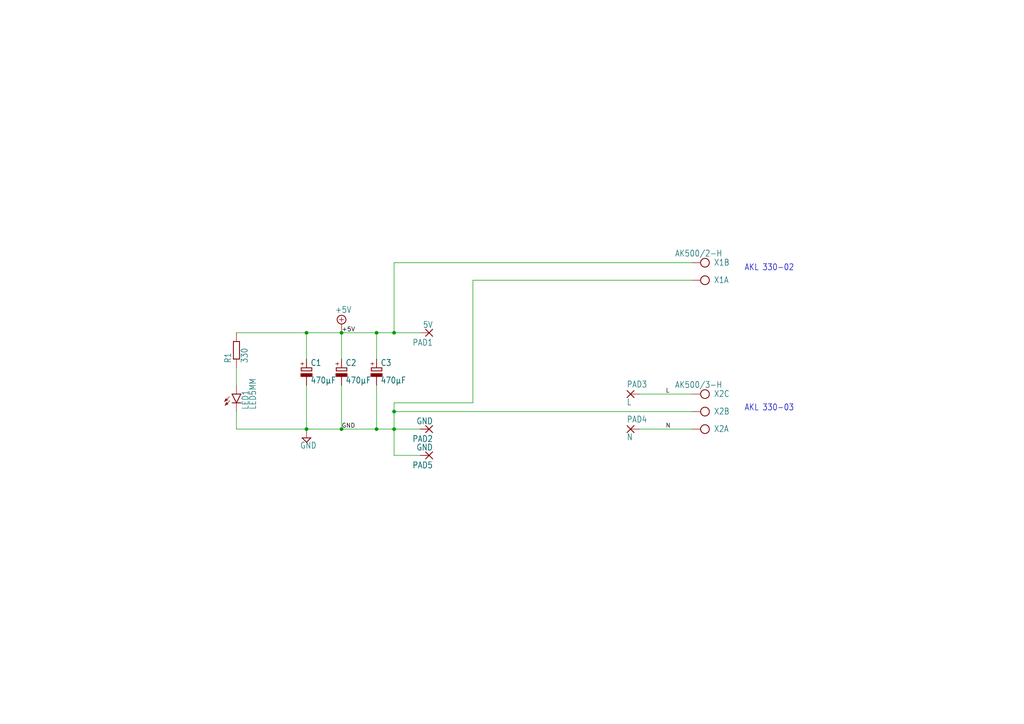
<source format=kicad_sch>
(kicad_sch
	(version 20231120)
	(generator "eeschema")
	(generator_version "8.0")
	(uuid "12ee8e51-d914-4f2a-b5be-edde59b663d9")
	(paper "A4")
	(lib_symbols
		(symbol "Power Supply V1p1-eagle-import:+5V"
			(power)
			(exclude_from_sim no)
			(in_bom yes)
			(on_board yes)
			(property "Reference" "#SUPPLY"
				(at 0 0 0)
				(effects
					(font
						(size 1.27 1.27)
					)
					(hide yes)
				)
			)
			(property "Value" ""
				(at -1.905 3.175 0)
				(effects
					(font
						(size 1.778 1.5113)
					)
					(justify left bottom)
				)
			)
			(property "Footprint" ""
				(at 0 0 0)
				(effects
					(font
						(size 1.27 1.27)
					)
					(hide yes)
				)
			)
			(property "Datasheet" ""
				(at 0 0 0)
				(effects
					(font
						(size 1.27 1.27)
					)
					(hide yes)
				)
			)
			(property "Description" "SUPPLY SYMBOL"
				(at 0 0 0)
				(effects
					(font
						(size 1.27 1.27)
					)
					(hide yes)
				)
			)
			(property "ki_locked" ""
				(at 0 0 0)
				(effects
					(font
						(size 1.27 1.27)
					)
				)
			)
			(symbol "+5V_1_0"
				(polyline
					(pts
						(xy -0.635 1.27) (xy 0.635 1.27)
					)
					(stroke
						(width 0.1524)
						(type solid)
					)
					(fill
						(type none)
					)
				)
				(polyline
					(pts
						(xy 0 0.635) (xy 0 1.905)
					)
					(stroke
						(width 0.1524)
						(type solid)
					)
					(fill
						(type none)
					)
				)
				(circle
					(center 0 1.27)
					(radius 1.27)
					(stroke
						(width 0.254)
						(type solid)
					)
					(fill
						(type none)
					)
				)
				(pin power_in line
					(at 0 -2.54 90)
					(length 2.54)
					(name "+5V"
						(effects
							(font
								(size 0 0)
							)
						)
					)
					(number "1"
						(effects
							(font
								(size 0 0)
							)
						)
					)
				)
			)
		)
		(symbol "Power Supply V1p1-eagle-import:AK500/2-H"
			(exclude_from_sim no)
			(in_bom yes)
			(on_board yes)
			(property "Reference" "X"
				(at -1.27 0.889 0)
				(effects
					(font
						(size 1.778 1.5113)
					)
					(justify right top)
				)
			)
			(property "Value" ""
				(at -3.81 -3.683 0)
				(effects
					(font
						(size 1.778 1.5113)
					)
					(justify left bottom)
					(hide yes)
				)
			)
			(property "Footprint" "Power Supply V1p1:AK500_2-H"
				(at 0 0 0)
				(effects
					(font
						(size 1.27 1.27)
					)
					(hide yes)
				)
			)
			(property "Datasheet" ""
				(at 0 0 0)
				(effects
					(font
						(size 1.27 1.27)
					)
					(hide yes)
				)
			)
			(property "Description" "CONNECTOR\n\nAug. 2004 / PTR Meßtechnik:\nDie Bezeichnung der Serie AK505 wurde geändert.\nEs handelt sich hierbei um AK500 in horizontaler Ausführung."
				(at 0 0 0)
				(effects
					(font
						(size 1.27 1.27)
					)
					(hide yes)
				)
			)
			(property "ki_locked" ""
				(at 0 0 0)
				(effects
					(font
						(size 1.27 1.27)
					)
				)
			)
			(symbol "AK500/2-H_1_0"
				(circle
					(center 1.27 0)
					(radius 1.27)
					(stroke
						(width 0.254)
						(type solid)
					)
					(fill
						(type none)
					)
				)
				(pin passive line
					(at 5.08 0 180)
					(length 2.54)
					(name "KL"
						(effects
							(font
								(size 0 0)
							)
						)
					)
					(number "1"
						(effects
							(font
								(size 0 0)
							)
						)
					)
				)
			)
			(symbol "AK500/2-H_2_0"
				(circle
					(center 1.27 0)
					(radius 1.27)
					(stroke
						(width 0.254)
						(type solid)
					)
					(fill
						(type none)
					)
				)
				(pin passive line
					(at 5.08 0 180)
					(length 2.54)
					(name "KL"
						(effects
							(font
								(size 0 0)
							)
						)
					)
					(number "2"
						(effects
							(font
								(size 0 0)
							)
						)
					)
				)
			)
		)
		(symbol "Power Supply V1p1-eagle-import:AK500/3-H"
			(exclude_from_sim no)
			(in_bom yes)
			(on_board yes)
			(property "Reference" "X"
				(at -1.27 0.889 0)
				(effects
					(font
						(size 1.778 1.5113)
					)
					(justify right top)
				)
			)
			(property "Value" ""
				(at -3.81 -3.683 0)
				(effects
					(font
						(size 1.778 1.5113)
					)
					(justify left bottom)
					(hide yes)
				)
			)
			(property "Footprint" "Power Supply V1p1:AK500_3-H"
				(at 0 0 0)
				(effects
					(font
						(size 1.27 1.27)
					)
					(hide yes)
				)
			)
			(property "Datasheet" ""
				(at 0 0 0)
				(effects
					(font
						(size 1.27 1.27)
					)
					(hide yes)
				)
			)
			(property "Description" "CONNECTOR\n\nAug. 2004 / PTR Meßtechnik:\nDie Bezeichnung der Serie AK505 wurde geändert.\nEs handelt sich hierbei um AK500 in horizontaler Ausführung."
				(at 0 0 0)
				(effects
					(font
						(size 1.27 1.27)
					)
					(hide yes)
				)
			)
			(property "ki_locked" ""
				(at 0 0 0)
				(effects
					(font
						(size 1.27 1.27)
					)
				)
			)
			(symbol "AK500/3-H_1_0"
				(circle
					(center 1.27 0)
					(radius 1.27)
					(stroke
						(width 0.254)
						(type solid)
					)
					(fill
						(type none)
					)
				)
				(pin passive line
					(at 5.08 0 180)
					(length 2.54)
					(name "KL"
						(effects
							(font
								(size 0 0)
							)
						)
					)
					(number "1"
						(effects
							(font
								(size 0 0)
							)
						)
					)
				)
			)
			(symbol "AK500/3-H_2_0"
				(circle
					(center 1.27 0)
					(radius 1.27)
					(stroke
						(width 0.254)
						(type solid)
					)
					(fill
						(type none)
					)
				)
				(pin passive line
					(at 5.08 0 180)
					(length 2.54)
					(name "KL"
						(effects
							(font
								(size 0 0)
							)
						)
					)
					(number "2"
						(effects
							(font
								(size 0 0)
							)
						)
					)
				)
			)
			(symbol "AK500/3-H_3_0"
				(circle
					(center 1.27 0)
					(radius 1.27)
					(stroke
						(width 0.254)
						(type solid)
					)
					(fill
						(type none)
					)
				)
				(pin passive line
					(at 5.08 0 180)
					(length 2.54)
					(name "KL"
						(effects
							(font
								(size 0 0)
							)
						)
					)
					(number "3"
						(effects
							(font
								(size 0 0)
							)
						)
					)
				)
			)
		)
		(symbol "Power Supply V1p1-eagle-import:CPOL-EUE5-10.5"
			(exclude_from_sim no)
			(in_bom yes)
			(on_board yes)
			(property "Reference" "C"
				(at 1.143 0.4826 0)
				(effects
					(font
						(size 1.778 1.5113)
					)
					(justify left bottom)
				)
			)
			(property "Value" ""
				(at 1.143 -4.5974 0)
				(effects
					(font
						(size 1.778 1.5113)
					)
					(justify left bottom)
				)
			)
			(property "Footprint" "Power Supply V1p1:E5-10,5"
				(at 0 0 0)
				(effects
					(font
						(size 1.27 1.27)
					)
					(hide yes)
				)
			)
			(property "Datasheet" ""
				(at 0 0 0)
				(effects
					(font
						(size 1.27 1.27)
					)
					(hide yes)
				)
			)
			(property "Description" "POLARIZED CAPACITOR, European symbol"
				(at 0 0 0)
				(effects
					(font
						(size 1.27 1.27)
					)
					(hide yes)
				)
			)
			(property "ki_locked" ""
				(at 0 0 0)
				(effects
					(font
						(size 1.27 1.27)
					)
				)
			)
			(symbol "CPOL-EUE5-10.5_1_0"
				(rectangle
					(start -1.651 -2.54)
					(end 1.651 -1.651)
					(stroke
						(width 0)
						(type default)
					)
					(fill
						(type outline)
					)
				)
				(polyline
					(pts
						(xy -1.524 -0.889) (xy 1.524 -0.889)
					)
					(stroke
						(width 0.254)
						(type solid)
					)
					(fill
						(type none)
					)
				)
				(polyline
					(pts
						(xy -1.524 0) (xy -1.524 -0.889)
					)
					(stroke
						(width 0.254)
						(type solid)
					)
					(fill
						(type none)
					)
				)
				(polyline
					(pts
						(xy -1.524 0) (xy 1.524 0)
					)
					(stroke
						(width 0.254)
						(type solid)
					)
					(fill
						(type none)
					)
				)
				(polyline
					(pts
						(xy 1.524 -0.889) (xy 1.524 0)
					)
					(stroke
						(width 0.254)
						(type solid)
					)
					(fill
						(type none)
					)
				)
				(text "+"
					(at -0.5842 0.4064 900)
					(effects
						(font
							(size 1.27 1.0795)
						)
						(justify left bottom)
					)
				)
				(pin passive line
					(at 0 2.54 270)
					(length 2.54)
					(name "+"
						(effects
							(font
								(size 0 0)
							)
						)
					)
					(number "+"
						(effects
							(font
								(size 0 0)
							)
						)
					)
				)
				(pin passive line
					(at 0 -5.08 90)
					(length 2.54)
					(name "-"
						(effects
							(font
								(size 0 0)
							)
						)
					)
					(number "-"
						(effects
							(font
								(size 0 0)
							)
						)
					)
				)
			)
		)
		(symbol "Power Supply V1p1-eagle-import:GND"
			(power)
			(exclude_from_sim no)
			(in_bom yes)
			(on_board yes)
			(property "Reference" "#SUPPLY"
				(at 0 0 0)
				(effects
					(font
						(size 1.27 1.27)
					)
					(hide yes)
				)
			)
			(property "Value" ""
				(at -1.905 -3.175 0)
				(effects
					(font
						(size 1.778 1.5113)
					)
					(justify left bottom)
				)
			)
			(property "Footprint" ""
				(at 0 0 0)
				(effects
					(font
						(size 1.27 1.27)
					)
					(hide yes)
				)
			)
			(property "Datasheet" ""
				(at 0 0 0)
				(effects
					(font
						(size 1.27 1.27)
					)
					(hide yes)
				)
			)
			(property "Description" "SUPPLY SYMBOL"
				(at 0 0 0)
				(effects
					(font
						(size 1.27 1.27)
					)
					(hide yes)
				)
			)
			(property "ki_locked" ""
				(at 0 0 0)
				(effects
					(font
						(size 1.27 1.27)
					)
				)
			)
			(symbol "GND_1_0"
				(polyline
					(pts
						(xy -1.27 0) (xy 1.27 0)
					)
					(stroke
						(width 0.254)
						(type solid)
					)
					(fill
						(type none)
					)
				)
				(polyline
					(pts
						(xy 0 -1.27) (xy -1.27 0)
					)
					(stroke
						(width 0.254)
						(type solid)
					)
					(fill
						(type none)
					)
				)
				(polyline
					(pts
						(xy 1.27 0) (xy 0 -1.27)
					)
					(stroke
						(width 0.254)
						(type solid)
					)
					(fill
						(type none)
					)
				)
				(pin power_in line
					(at 0 2.54 270)
					(length 2.54)
					(name "GND"
						(effects
							(font
								(size 0 0)
							)
						)
					)
					(number "1"
						(effects
							(font
								(size 0 0)
							)
						)
					)
				)
			)
		)
		(symbol "Power Supply V1p1-eagle-import:LED5MM"
			(exclude_from_sim no)
			(in_bom yes)
			(on_board yes)
			(property "Reference" "LED"
				(at 3.556 -4.572 90)
				(effects
					(font
						(size 1.778 1.5113)
					)
					(justify left bottom)
				)
			)
			(property "Value" ""
				(at 5.715 -4.572 90)
				(effects
					(font
						(size 1.778 1.5113)
					)
					(justify left bottom)
				)
			)
			(property "Footprint" "Power Supply V1p1:LED5MM"
				(at 0 0 0)
				(effects
					(font
						(size 1.27 1.27)
					)
					(hide yes)
				)
			)
			(property "Datasheet" ""
				(at 0 0 0)
				(effects
					(font
						(size 1.27 1.27)
					)
					(hide yes)
				)
			)
			(property "Description" "LED\n\nOSRAM:\n- CHIPLED\nLG R971, LG N971, LY N971, LG Q971, LY Q971, LO R971, LY R971 LH N974, LH R974\nLS Q976, LO Q976, LY Q976\nLO Q996\n- Hyper CHIPLED\nLW Q18S\nLB Q993, LB Q99A, LB R99A\n- SideLED\nLS A670, LO A670, LY A670, LG A670, LP A670\nLB A673, LV A673, LT A673, LW A673\nLH A674\nLY A675\nLS A676, LA A676, LO A676, LY A676, LW A676\nLS A679, LY A679, LG A679\n-  Hyper Micro SIDELED®\nLS Y876, LA Y876, LO Y876, LY Y876\nLT Y87S\n- SmartLED\nLW L88C, LW L88S\nLB L89C, LB L89S, LG L890\nLS L89K, LO L89K, LY L89K\nLS L896, LA L896, LO L896, LY L896\n- TOPLED\nLS T670, LO T670, LY T670, LG T670, LP T670\nLSG T670, LSP T670, LSY T670, LOP T670, LYG T670\nLG T671, LOG T671, LSG T671\nLB T673, LV T673, LT T673, LW T673\nLH T674\nLS T676, LA T676, LO T676, LY T676, LB T676, LH T676, LSB T676, LW T676\nLB T67C, LV T67C, LT T67C, LS T67K, LO T67K, LY T67K, LW E67C\nLS E67B, LA E67B, LO E67B, LY E67B, LB E67C, LV E67C, LT E67C\nLW T67C\nLS T679, LY T679, LG T679\nLS T770, LO T770, LY T770, LG T770, LP T770\nLB T773, LV T773, LT T773, LW T773\nLH T774\nLS E675, LA E675, LY E675, LS T675\nLS T776, LA T776, LO T776, LY T776, LB T776\nLHGB T686\nLT T68C, LB T68C\n- Hyper Mini TOPLED®\nLB M676\n- Mini TOPLED Santana®\nLG M470\nLS M47K, LO M47K, LY M47K\n\nSource: http://www.osram.convergy.de\n\nLUXEON:\n- LUMILED®\nLXK2-PW12-R00, LXK2-PW12-S00, LXK2-PW14-U00, LXK2-PW14-V00\nLXK2-PM12-R00, LXK2-PM12-S00, LXK2-PM14-U00\nLXK2-PE12-Q00, LXK2-PE12-R00, LXK2-PE12-S00, LXK2-PE14-T00, LXK2-PE14-U00\nLXK2-PB12-K00, LXK2-PB12-L00, LXK2-PB12-M00, LXK2-PB14-N00, LXK2-PB14-P00, LXK2-PB14-Q00\nLXK2-PR12-L00, LXK2-PR12-M00, LXK2-PR14-Q00, LXK2-PR14-R00\nLXK2-PD12-Q00, LXK2-PD12-R00, LXK2-PD12-S00\nLXK2-PH12-R00, LXK2-PH12-S00\nLXK2-PL12-P00, LXK2-PL12-Q00, LXK2-PL12-R00\n\nSource: www.luxeon.com\n\nKINGBRIGHT:\n\nKA-3528ASYC\nSource: www.kingbright.com"
				(at 0 0 0)
				(effects
					(font
						(size 1.27 1.27)
					)
					(hide yes)
				)
			)
			(property "ki_locked" ""
				(at 0 0 0)
				(effects
					(font
						(size 1.27 1.27)
					)
				)
			)
			(symbol "LED5MM_1_0"
				(polyline
					(pts
						(xy -2.032 -0.762) (xy -3.429 -2.159)
					)
					(stroke
						(width 0.1524)
						(type solid)
					)
					(fill
						(type none)
					)
				)
				(polyline
					(pts
						(xy -1.905 -1.905) (xy -3.302 -3.302)
					)
					(stroke
						(width 0.1524)
						(type solid)
					)
					(fill
						(type none)
					)
				)
				(polyline
					(pts
						(xy 0 -2.54) (xy -1.27 -2.54)
					)
					(stroke
						(width 0.254)
						(type solid)
					)
					(fill
						(type none)
					)
				)
				(polyline
					(pts
						(xy 0 -2.54) (xy -1.27 0)
					)
					(stroke
						(width 0.254)
						(type solid)
					)
					(fill
						(type none)
					)
				)
				(polyline
					(pts
						(xy 0 0) (xy -1.27 0)
					)
					(stroke
						(width 0.254)
						(type solid)
					)
					(fill
						(type none)
					)
				)
				(polyline
					(pts
						(xy 1.27 -2.54) (xy 0 -2.54)
					)
					(stroke
						(width 0.254)
						(type solid)
					)
					(fill
						(type none)
					)
				)
				(polyline
					(pts
						(xy 1.27 0) (xy 0 -2.54)
					)
					(stroke
						(width 0.254)
						(type solid)
					)
					(fill
						(type none)
					)
				)
				(polyline
					(pts
						(xy 1.27 0) (xy 0 0)
					)
					(stroke
						(width 0.254)
						(type solid)
					)
					(fill
						(type none)
					)
				)
				(polyline
					(pts
						(xy -3.429 -2.159) (xy -3.048 -1.27) (xy -2.54 -1.778)
					)
					(stroke
						(width 0.1524)
						(type solid)
					)
					(fill
						(type outline)
					)
				)
				(polyline
					(pts
						(xy -3.302 -3.302) (xy -2.921 -2.413) (xy -2.413 -2.921)
					)
					(stroke
						(width 0.1524)
						(type solid)
					)
					(fill
						(type outline)
					)
				)
				(pin passive line
					(at 0 2.54 270)
					(length 2.54)
					(name "A"
						(effects
							(font
								(size 0 0)
							)
						)
					)
					(number "A"
						(effects
							(font
								(size 0 0)
							)
						)
					)
				)
				(pin passive line
					(at 0 -5.08 90)
					(length 2.54)
					(name "C"
						(effects
							(font
								(size 0 0)
							)
						)
					)
					(number "K"
						(effects
							(font
								(size 0 0)
							)
						)
					)
				)
			)
		)
		(symbol "Power Supply V1p1-eagle-import:R-EU_R1206"
			(exclude_from_sim no)
			(in_bom yes)
			(on_board yes)
			(property "Reference" "R"
				(at -3.81 1.4986 0)
				(effects
					(font
						(size 1.778 1.5113)
					)
					(justify left bottom)
				)
			)
			(property "Value" ""
				(at -3.81 -3.302 0)
				(effects
					(font
						(size 1.778 1.5113)
					)
					(justify left bottom)
				)
			)
			(property "Footprint" "Power Supply V1p1:R1206"
				(at 0 0 0)
				(effects
					(font
						(size 1.27 1.27)
					)
					(hide yes)
				)
			)
			(property "Datasheet" ""
				(at 0 0 0)
				(effects
					(font
						(size 1.27 1.27)
					)
					(hide yes)
				)
			)
			(property "Description" "RESISTOR, European symbol"
				(at 0 0 0)
				(effects
					(font
						(size 1.27 1.27)
					)
					(hide yes)
				)
			)
			(property "ki_locked" ""
				(at 0 0 0)
				(effects
					(font
						(size 1.27 1.27)
					)
				)
			)
			(symbol "R-EU_R1206_1_0"
				(polyline
					(pts
						(xy -2.54 -0.889) (xy -2.54 0.889)
					)
					(stroke
						(width 0.254)
						(type solid)
					)
					(fill
						(type none)
					)
				)
				(polyline
					(pts
						(xy -2.54 -0.889) (xy 2.54 -0.889)
					)
					(stroke
						(width 0.254)
						(type solid)
					)
					(fill
						(type none)
					)
				)
				(polyline
					(pts
						(xy 2.54 -0.889) (xy 2.54 0.889)
					)
					(stroke
						(width 0.254)
						(type solid)
					)
					(fill
						(type none)
					)
				)
				(polyline
					(pts
						(xy 2.54 0.889) (xy -2.54 0.889)
					)
					(stroke
						(width 0.254)
						(type solid)
					)
					(fill
						(type none)
					)
				)
				(pin passive line
					(at -5.08 0 0)
					(length 2.54)
					(name "1"
						(effects
							(font
								(size 0 0)
							)
						)
					)
					(number "1"
						(effects
							(font
								(size 0 0)
							)
						)
					)
				)
				(pin passive line
					(at 5.08 0 180)
					(length 2.54)
					(name "2"
						(effects
							(font
								(size 0 0)
							)
						)
					)
					(number "2"
						(effects
							(font
								(size 0 0)
							)
						)
					)
				)
			)
		)
		(symbol "Power Supply V1p1-eagle-import:SMD5"
			(exclude_from_sim no)
			(in_bom yes)
			(on_board yes)
			(property "Reference" "PAD"
				(at -1.143 1.8542 0)
				(effects
					(font
						(size 1.778 1.5113)
					)
					(justify left bottom)
				)
			)
			(property "Value" ""
				(at -1.143 -3.302 0)
				(effects
					(font
						(size 1.778 1.5113)
					)
					(justify left bottom)
				)
			)
			(property "Footprint" "Power Supply V1p1:SMD2,54-5,08"
				(at 0 0 0)
				(effects
					(font
						(size 1.27 1.27)
					)
					(hide yes)
				)
			)
			(property "Datasheet" ""
				(at 0 0 0)
				(effects
					(font
						(size 1.27 1.27)
					)
					(hide yes)
				)
			)
			(property "Description" "SMD PAD"
				(at 0 0 0)
				(effects
					(font
						(size 1.27 1.27)
					)
					(hide yes)
				)
			)
			(property "ki_locked" ""
				(at 0 0 0)
				(effects
					(font
						(size 1.27 1.27)
					)
				)
			)
			(symbol "SMD5_1_0"
				(polyline
					(pts
						(xy -1.016 -1.016) (xy 1.016 1.016)
					)
					(stroke
						(width 0.254)
						(type solid)
					)
					(fill
						(type none)
					)
				)
				(polyline
					(pts
						(xy -1.016 1.016) (xy 1.016 -1.016)
					)
					(stroke
						(width 0.254)
						(type solid)
					)
					(fill
						(type none)
					)
				)
				(pin passive line
					(at 2.54 0 180)
					(length 2.54)
					(name "P"
						(effects
							(font
								(size 0 0)
							)
						)
					)
					(number "1"
						(effects
							(font
								(size 0 0)
							)
						)
					)
				)
			)
		)
	)
	(junction
		(at 99.06 96.52)
		(diameter 0)
		(color 0 0 0 0)
		(uuid "0f03b5ee-5913-43b4-a310-a5c273ab726b")
	)
	(junction
		(at 88.9 96.52)
		(diameter 0)
		(color 0 0 0 0)
		(uuid "14b0160a-5b35-4888-a0d9-57e427d1165b")
	)
	(junction
		(at 114.3 96.52)
		(diameter 0)
		(color 0 0 0 0)
		(uuid "1b76e1ab-5002-446f-bb48-8c757a5fb37f")
	)
	(junction
		(at 109.22 124.46)
		(diameter 0)
		(color 0 0 0 0)
		(uuid "1e621ead-1250-48fd-b346-63966e1468ff")
	)
	(junction
		(at 99.06 124.46)
		(diameter 0)
		(color 0 0 0 0)
		(uuid "8220bc45-fcdf-4342-bafa-5fef298f48a6")
	)
	(junction
		(at 109.22 96.52)
		(diameter 0)
		(color 0 0 0 0)
		(uuid "b30bb87e-22e6-4936-a77a-30f472f7941e")
	)
	(junction
		(at 88.9 124.46)
		(diameter 0)
		(color 0 0 0 0)
		(uuid "ce634ddf-3914-44d8-9d40-974ca0d71f87")
	)
	(junction
		(at 114.3 119.38)
		(diameter 0)
		(color 0 0 0 0)
		(uuid "df988d7f-8c79-4623-b757-490ad65cd69b")
	)
	(junction
		(at 114.3 124.46)
		(diameter 0)
		(color 0 0 0 0)
		(uuid "e2abfd40-3ae3-4b7d-8c5b-d1ecf3f087e8")
	)
	(wire
		(pts
			(xy 200.66 81.28) (xy 137.16 81.28)
		)
		(stroke
			(width 0.1524)
			(type solid)
		)
		(uuid "1090ce41-56a0-4bb9-b10b-b1ad701d410b")
	)
	(wire
		(pts
			(xy 109.22 124.46) (xy 99.06 124.46)
		)
		(stroke
			(width 0.1524)
			(type solid)
		)
		(uuid "167fd131-d4fa-41b4-8b43-6a8f86807d39")
	)
	(wire
		(pts
			(xy 114.3 124.46) (xy 109.22 124.46)
		)
		(stroke
			(width 0.1524)
			(type solid)
		)
		(uuid "21189bbc-d62f-4ef8-9e2b-247a4096a8d2")
	)
	(wire
		(pts
			(xy 99.06 104.14) (xy 99.06 96.52)
		)
		(stroke
			(width 0.1524)
			(type solid)
		)
		(uuid "22d4b3ea-23df-4f41-a32b-75ad76bcbde6")
	)
	(wire
		(pts
			(xy 200.66 119.38) (xy 114.3 119.38)
		)
		(stroke
			(width 0.1524)
			(type solid)
		)
		(uuid "32278eff-0cf5-48f2-8fbf-6068a741edf4")
	)
	(wire
		(pts
			(xy 109.22 104.14) (xy 109.22 96.52)
		)
		(stroke
			(width 0.1524)
			(type solid)
		)
		(uuid "36ace5e7-b4d1-41eb-9474-c5eff76cdcb1")
	)
	(wire
		(pts
			(xy 88.9 124.46) (xy 68.58 124.46)
		)
		(stroke
			(width 0.1524)
			(type solid)
		)
		(uuid "447d429e-6182-4fdd-a72f-a6479e740e7c")
	)
	(wire
		(pts
			(xy 68.58 106.68) (xy 68.58 111.76)
		)
		(stroke
			(width 0.1524)
			(type solid)
		)
		(uuid "4c2848ef-6d2e-42e0-a30c-7946ab5e14e6")
	)
	(wire
		(pts
			(xy 200.66 124.46) (xy 185.42 124.46)
		)
		(stroke
			(width 0.1524)
			(type solid)
		)
		(uuid "4e6b2dbb-50a0-46e8-8857-b05d04857435")
	)
	(wire
		(pts
			(xy 99.06 111.76) (xy 99.06 124.46)
		)
		(stroke
			(width 0.1524)
			(type solid)
		)
		(uuid "54085cd3-1407-429b-96ab-355ccc02b388")
	)
	(wire
		(pts
			(xy 68.58 124.46) (xy 68.58 119.38)
		)
		(stroke
			(width 0.1524)
			(type solid)
		)
		(uuid "56ea924d-9b15-47b9-a686-d44fe567342c")
	)
	(wire
		(pts
			(xy 88.9 96.52) (xy 68.58 96.52)
		)
		(stroke
			(width 0.1524)
			(type solid)
		)
		(uuid "5f0654a2-b4b1-4df5-9d92-114b6cb4e59e")
	)
	(wire
		(pts
			(xy 121.92 124.46) (xy 114.3 124.46)
		)
		(stroke
			(width 0.1524)
			(type solid)
		)
		(uuid "64926ee5-d950-41e8-abeb-ee18b54c2eca")
	)
	(wire
		(pts
			(xy 114.3 96.52) (xy 109.22 96.52)
		)
		(stroke
			(width 0.1524)
			(type solid)
		)
		(uuid "661b43c0-efd9-49bb-abb1-8739c2dd64b0")
	)
	(wire
		(pts
			(xy 88.9 104.14) (xy 88.9 96.52)
		)
		(stroke
			(width 0.1524)
			(type solid)
		)
		(uuid "79cd8222-9705-476c-ad8e-fc64a68e1b45")
	)
	(wire
		(pts
			(xy 114.3 116.84) (xy 114.3 119.38)
		)
		(stroke
			(width 0.1524)
			(type solid)
		)
		(uuid "837b5d5f-9613-441c-a333-b7fb6c64b98b")
	)
	(wire
		(pts
			(xy 200.66 114.3) (xy 185.42 114.3)
		)
		(stroke
			(width 0.1524)
			(type solid)
		)
		(uuid "83e5cc08-0a2c-48e1-82e6-ad4dbb2c5255")
	)
	(wire
		(pts
			(xy 99.06 96.52) (xy 88.9 96.52)
		)
		(stroke
			(width 0.1524)
			(type solid)
		)
		(uuid "8de8a158-320a-4f9e-b3e1-c6c70c7a6de3")
	)
	(wire
		(pts
			(xy 200.66 76.2) (xy 114.3 76.2)
		)
		(stroke
			(width 0.1524)
			(type solid)
		)
		(uuid "9c0cd30d-eb84-4e76-9d4c-2816145c4b61")
	)
	(wire
		(pts
			(xy 121.92 96.52) (xy 114.3 96.52)
		)
		(stroke
			(width 0.1524)
			(type solid)
		)
		(uuid "a521f998-9d6b-414a-a84f-24ed0a7fb5de")
	)
	(wire
		(pts
			(xy 109.22 111.76) (xy 109.22 124.46)
		)
		(stroke
			(width 0.1524)
			(type solid)
		)
		(uuid "b17fde14-d605-4c99-be0f-a7361e66e10d")
	)
	(wire
		(pts
			(xy 137.16 81.28) (xy 137.16 116.84)
		)
		(stroke
			(width 0.1524)
			(type solid)
		)
		(uuid "b5ea6680-7826-4539-b301-880000034543")
	)
	(wire
		(pts
			(xy 114.3 132.08) (xy 114.3 124.46)
		)
		(stroke
			(width 0.1524)
			(type solid)
		)
		(uuid "ba4bb551-084d-41f7-9afd-e1ecc4d32244")
	)
	(wire
		(pts
			(xy 137.16 116.84) (xy 114.3 116.84)
		)
		(stroke
			(width 0.1524)
			(type solid)
		)
		(uuid "bca67627-38a1-4ad4-a887-1dc0b70a1699")
	)
	(wire
		(pts
			(xy 99.06 124.46) (xy 88.9 124.46)
		)
		(stroke
			(width 0.1524)
			(type solid)
		)
		(uuid "bfe1a327-28e5-4f29-a788-46f2e294767d")
	)
	(wire
		(pts
			(xy 114.3 119.38) (xy 114.3 124.46)
		)
		(stroke
			(width 0.1524)
			(type solid)
		)
		(uuid "bfeba4ce-92fc-4270-ba0c-67286fd1cdbb")
	)
	(wire
		(pts
			(xy 121.92 132.08) (xy 114.3 132.08)
		)
		(stroke
			(width 0.1524)
			(type solid)
		)
		(uuid "c18a52f5-9e4a-47d7-b1f5-7835452f04ea")
	)
	(wire
		(pts
			(xy 88.9 111.76) (xy 88.9 124.46)
		)
		(stroke
			(width 0.1524)
			(type solid)
		)
		(uuid "e655cdeb-968d-4aa5-9ac1-fbb3915130e0")
	)
	(wire
		(pts
			(xy 109.22 96.52) (xy 99.06 96.52)
		)
		(stroke
			(width 0.1524)
			(type solid)
		)
		(uuid "f2d06aeb-b744-4519-8d1e-58285e3edef4")
	)
	(wire
		(pts
			(xy 114.3 76.2) (xy 114.3 96.52)
		)
		(stroke
			(width 0.1524)
			(type solid)
		)
		(uuid "f46b5e80-e07f-4400-8088-7f44817e738f")
	)
	(text "AKL 330-02"
		(exclude_from_sim no)
		(at 215.9 78.74 0)
		(effects
			(font
				(size 1.778 1.5113)
			)
			(justify left bottom)
		)
		(uuid "a7276dd3-96ee-4fb9-92b0-1895988e9831")
	)
	(text "AKL 330-03"
		(exclude_from_sim no)
		(at 215.9 119.38 0)
		(effects
			(font
				(size 1.778 1.5113)
			)
			(justify left bottom)
		)
		(uuid "af1b3b96-b746-474d-9750-847b165812ce")
	)
	(label "+5V"
		(at 99.06 96.52 0)
		(effects
			(font
				(size 1.2446 1.2446)
			)
			(justify left bottom)
		)
		(uuid "53dcd4b6-43a6-4824-9adf-faea756dc507")
	)
	(label "N"
		(at 193.04 124.46 0)
		(effects
			(font
				(size 1.2446 1.2446)
			)
			(justify left bottom)
		)
		(uuid "81cc371d-78b8-4cbe-81de-daa0eb54d932")
	)
	(label "L"
		(at 193.04 114.3 0)
		(effects
			(font
				(size 1.2446 1.2446)
			)
			(justify left bottom)
		)
		(uuid "b838d25f-08cf-41f2-8848-0f3f4c1eb2f4")
	)
	(label "GND"
		(at 99.06 124.46 0)
		(effects
			(font
				(size 1.2446 1.2446)
			)
			(justify left bottom)
		)
		(uuid "ec056977-40ed-418f-b037-1c22f2a77f54")
	)
	(symbol
		(lib_id "Power Supply V1p1-eagle-import:GND")
		(at 88.9 127 0)
		(unit 1)
		(exclude_from_sim no)
		(in_bom yes)
		(on_board yes)
		(dnp no)
		(uuid "0380b13c-82e4-46d7-8f68-6f92d024ee0a")
		(property "Reference" "#SUPPLY1"
			(at 88.9 127 0)
			(effects
				(font
					(size 1.27 1.27)
				)
				(hide yes)
			)
		)
		(property "Value" "GND"
			(at 86.995 130.175 0)
			(effects
				(font
					(size 1.778 1.5113)
				)
				(justify left bottom)
			)
		)
		(property "Footprint" ""
			(at 88.9 127 0)
			(effects
				(font
					(size 1.27 1.27)
				)
				(hide yes)
			)
		)
		(property "Datasheet" ""
			(at 88.9 127 0)
			(effects
				(font
					(size 1.27 1.27)
				)
				(hide yes)
			)
		)
		(property "Description" ""
			(at 88.9 127 0)
			(effects
				(font
					(size 1.27 1.27)
				)
				(hide yes)
			)
		)
		(pin "1"
			(uuid "1cc43d80-f02d-45d1-8f98-a1940cb395e5")
		)
		(instances
			(project ""
				(path "/12ee8e51-d914-4f2a-b5be-edde59b663d9"
					(reference "#SUPPLY1")
					(unit 1)
				)
			)
		)
	)
	(symbol
		(lib_id "Power Supply V1p1-eagle-import:CPOL-EUE5-10.5")
		(at 109.22 106.68 0)
		(unit 1)
		(exclude_from_sim no)
		(in_bom yes)
		(on_board yes)
		(dnp no)
		(uuid "15205d8a-79fd-41c0-b184-c8cbca3ad9f7")
		(property "Reference" "C3"
			(at 110.363 106.1974 0)
			(effects
				(font
					(size 1.778 1.5113)
				)
				(justify left bottom)
			)
		)
		(property "Value" "470µF"
			(at 110.363 111.2774 0)
			(effects
				(font
					(size 1.778 1.5113)
				)
				(justify left bottom)
			)
		)
		(property "Footprint" "Power Supply V1p1:E5-10,5"
			(at 109.22 106.68 0)
			(effects
				(font
					(size 1.27 1.27)
				)
				(hide yes)
			)
		)
		(property "Datasheet" ""
			(at 109.22 106.68 0)
			(effects
				(font
					(size 1.27 1.27)
				)
				(hide yes)
			)
		)
		(property "Description" ""
			(at 109.22 106.68 0)
			(effects
				(font
					(size 1.27 1.27)
				)
				(hide yes)
			)
		)
		(pin "+"
			(uuid "d6c09ea3-8387-4756-8bad-9a86db5d035f")
		)
		(pin "-"
			(uuid "1f501dea-b8db-4412-88ee-000f1de4601c")
		)
		(instances
			(project ""
				(path "/12ee8e51-d914-4f2a-b5be-edde59b663d9"
					(reference "C3")
					(unit 1)
				)
			)
		)
	)
	(symbol
		(lib_id "Power Supply V1p1-eagle-import:R-EU_R1206")
		(at 68.58 101.6 90)
		(unit 1)
		(exclude_from_sim no)
		(in_bom yes)
		(on_board yes)
		(dnp no)
		(uuid "372ae947-429c-4803-9511-d6eba388b390")
		(property "Reference" "R1"
			(at 67.0814 105.41 0)
			(effects
				(font
					(size 1.778 1.5113)
				)
				(justify left bottom)
			)
		)
		(property "Value" "330"
			(at 71.882 105.41 0)
			(effects
				(font
					(size 1.778 1.5113)
				)
				(justify left bottom)
			)
		)
		(property "Footprint" "Power Supply V1p1:R1206"
			(at 68.58 101.6 0)
			(effects
				(font
					(size 1.27 1.27)
				)
				(hide yes)
			)
		)
		(property "Datasheet" ""
			(at 68.58 101.6 0)
			(effects
				(font
					(size 1.27 1.27)
				)
				(hide yes)
			)
		)
		(property "Description" ""
			(at 68.58 101.6 0)
			(effects
				(font
					(size 1.27 1.27)
				)
				(hide yes)
			)
		)
		(pin "1"
			(uuid "cbf3b569-2b3b-4d69-b150-8bb5e77fc899")
		)
		(pin "2"
			(uuid "005bb54a-7027-49de-9710-264f58df7e5e")
		)
		(instances
			(project ""
				(path "/12ee8e51-d914-4f2a-b5be-edde59b663d9"
					(reference "R1")
					(unit 1)
				)
			)
		)
	)
	(symbol
		(lib_id "Power Supply V1p1-eagle-import:SMD5")
		(at 124.46 124.46 180)
		(unit 1)
		(exclude_from_sim no)
		(in_bom yes)
		(on_board yes)
		(dnp no)
		(uuid "43672867-074a-424c-94ab-dac2350114b5")
		(property "Reference" "PAD2"
			(at 125.603 126.3142 0)
			(effects
				(font
					(size 1.778 1.5113)
				)
				(justify left bottom)
			)
		)
		(property "Value" "GND"
			(at 125.603 121.158 0)
			(effects
				(font
					(size 1.778 1.5113)
				)
				(justify left bottom)
			)
		)
		(property "Footprint" "Power Supply V1p1:SMD2,54-5,08"
			(at 124.46 124.46 0)
			(effects
				(font
					(size 1.27 1.27)
				)
				(hide yes)
			)
		)
		(property "Datasheet" ""
			(at 124.46 124.46 0)
			(effects
				(font
					(size 1.27 1.27)
				)
				(hide yes)
			)
		)
		(property "Description" ""
			(at 124.46 124.46 0)
			(effects
				(font
					(size 1.27 1.27)
				)
				(hide yes)
			)
		)
		(pin "1"
			(uuid "f009dfa5-2853-4815-8741-d5da8aad37da")
		)
		(instances
			(project ""
				(path "/12ee8e51-d914-4f2a-b5be-edde59b663d9"
					(reference "PAD2")
					(unit 1)
				)
			)
		)
	)
	(symbol
		(lib_id "Power Supply V1p1-eagle-import:SMD5")
		(at 124.46 132.08 180)
		(unit 1)
		(exclude_from_sim no)
		(in_bom yes)
		(on_board yes)
		(dnp no)
		(uuid "71bc3f39-16fa-4720-b27e-68b165547281")
		(property "Reference" "PAD5"
			(at 125.603 133.9342 0)
			(effects
				(font
					(size 1.778 1.5113)
				)
				(justify left bottom)
			)
		)
		(property "Value" "GND"
			(at 125.603 128.778 0)
			(effects
				(font
					(size 1.778 1.5113)
				)
				(justify left bottom)
			)
		)
		(property "Footprint" "Power Supply V1p1:SMD2,54-5,08"
			(at 124.46 132.08 0)
			(effects
				(font
					(size 1.27 1.27)
				)
				(hide yes)
			)
		)
		(property "Datasheet" ""
			(at 124.46 132.08 0)
			(effects
				(font
					(size 1.27 1.27)
				)
				(hide yes)
			)
		)
		(property "Description" ""
			(at 124.46 132.08 0)
			(effects
				(font
					(size 1.27 1.27)
				)
				(hide yes)
			)
		)
		(pin "1"
			(uuid "6e79a830-2775-4b13-82dd-6d491bd6745f")
		)
		(instances
			(project ""
				(path "/12ee8e51-d914-4f2a-b5be-edde59b663d9"
					(reference "PAD5")
					(unit 1)
				)
			)
		)
	)
	(symbol
		(lib_id "Power Supply V1p1-eagle-import:CPOL-EUE5-10.5")
		(at 99.06 106.68 0)
		(unit 1)
		(exclude_from_sim no)
		(in_bom yes)
		(on_board yes)
		(dnp no)
		(uuid "779f9e50-6753-412d-8279-a569187532dd")
		(property "Reference" "C2"
			(at 100.203 106.1974 0)
			(effects
				(font
					(size 1.778 1.5113)
				)
				(justify left bottom)
			)
		)
		(property "Value" "470µF"
			(at 100.203 111.2774 0)
			(effects
				(font
					(size 1.778 1.5113)
				)
				(justify left bottom)
			)
		)
		(property "Footprint" "Power Supply V1p1:E5-10,5"
			(at 99.06 106.68 0)
			(effects
				(font
					(size 1.27 1.27)
				)
				(hide yes)
			)
		)
		(property "Datasheet" ""
			(at 99.06 106.68 0)
			(effects
				(font
					(size 1.27 1.27)
				)
				(hide yes)
			)
		)
		(property "Description" ""
			(at 99.06 106.68 0)
			(effects
				(font
					(size 1.27 1.27)
				)
				(hide yes)
			)
		)
		(pin "+"
			(uuid "d9094fd5-118f-431e-bcec-23a2148ba960")
		)
		(pin "-"
			(uuid "988501c1-1326-4ce1-a62a-bb8f29906711")
		)
		(instances
			(project ""
				(path "/12ee8e51-d914-4f2a-b5be-edde59b663d9"
					(reference "C2")
					(unit 1)
				)
			)
		)
	)
	(symbol
		(lib_id "Power Supply V1p1-eagle-import:AK500/2-H")
		(at 205.74 81.28 180)
		(unit 1)
		(exclude_from_sim no)
		(in_bom yes)
		(on_board yes)
		(dnp no)
		(uuid "888418e3-c068-4a77-837c-d8a9ac951ec7")
		(property "Reference" "X1"
			(at 207.01 82.169 0)
			(effects
				(font
					(size 1.778 1.5113)
				)
				(justify right top)
			)
		)
		(property "Value" "AK500/2-H"
			(at 209.55 77.597 0)
			(effects
				(font
					(size 1.778 1.5113)
				)
				(justify left bottom)
				(hide yes)
			)
		)
		(property "Footprint" "Power Supply V1p1:AK500_2-H"
			(at 205.74 81.28 0)
			(effects
				(font
					(size 1.27 1.27)
				)
				(hide yes)
			)
		)
		(property "Datasheet" ""
			(at 205.74 81.28 0)
			(effects
				(font
					(size 1.27 1.27)
				)
				(hide yes)
			)
		)
		(property "Description" ""
			(at 205.74 81.28 0)
			(effects
				(font
					(size 1.27 1.27)
				)
				(hide yes)
			)
		)
		(pin "2"
			(uuid "81772d84-8486-4ef5-bbb1-68f454676bb4")
		)
		(pin "1"
			(uuid "1af9861d-768c-4d59-806f-6c3b396af641")
		)
		(instances
			(project ""
				(path "/12ee8e51-d914-4f2a-b5be-edde59b663d9"
					(reference "X1")
					(unit 1)
				)
			)
		)
	)
	(symbol
		(lib_id "Power Supply V1p1-eagle-import:CPOL-EUE5-10.5")
		(at 88.9 106.68 0)
		(unit 1)
		(exclude_from_sim no)
		(in_bom yes)
		(on_board yes)
		(dnp no)
		(uuid "9082c735-c4cc-458f-a2da-2f73b547204a")
		(property "Reference" "C1"
			(at 90.043 106.1974 0)
			(effects
				(font
					(size 1.778 1.5113)
				)
				(justify left bottom)
			)
		)
		(property "Value" "470µF"
			(at 90.043 111.2774 0)
			(effects
				(font
					(size 1.778 1.5113)
				)
				(justify left bottom)
			)
		)
		(property "Footprint" "Power Supply V1p1:E5-10,5"
			(at 88.9 106.68 0)
			(effects
				(font
					(size 1.27 1.27)
				)
				(hide yes)
			)
		)
		(property "Datasheet" ""
			(at 88.9 106.68 0)
			(effects
				(font
					(size 1.27 1.27)
				)
				(hide yes)
			)
		)
		(property "Description" ""
			(at 88.9 106.68 0)
			(effects
				(font
					(size 1.27 1.27)
				)
				(hide yes)
			)
		)
		(pin "+"
			(uuid "a4ae4376-dade-49d3-a94a-60df1de364ab")
		)
		(pin "-"
			(uuid "351514d4-8772-4244-90fa-434e31b7abbd")
		)
		(instances
			(project ""
				(path "/12ee8e51-d914-4f2a-b5be-edde59b663d9"
					(reference "C1")
					(unit 1)
				)
			)
		)
	)
	(symbol
		(lib_id "Power Supply V1p1-eagle-import:SMD5")
		(at 182.88 124.46 0)
		(unit 1)
		(exclude_from_sim no)
		(in_bom yes)
		(on_board yes)
		(dnp no)
		(uuid "a27e8e8b-b068-4a73-8bcf-0c6da5279371")
		(property "Reference" "PAD4"
			(at 181.737 122.6058 0)
			(effects
				(font
					(size 1.778 1.5113)
				)
				(justify left bottom)
			)
		)
		(property "Value" "N"
			(at 181.737 127.762 0)
			(effects
				(font
					(size 1.778 1.5113)
				)
				(justify left bottom)
			)
		)
		(property "Footprint" "Power Supply V1p1:SMD2,54-5,08"
			(at 182.88 124.46 0)
			(effects
				(font
					(size 1.27 1.27)
				)
				(hide yes)
			)
		)
		(property "Datasheet" ""
			(at 182.88 124.46 0)
			(effects
				(font
					(size 1.27 1.27)
				)
				(hide yes)
			)
		)
		(property "Description" ""
			(at 182.88 124.46 0)
			(effects
				(font
					(size 1.27 1.27)
				)
				(hide yes)
			)
		)
		(pin "1"
			(uuid "06ac2065-3b03-4ca3-b8ae-d285f3f5c610")
		)
		(instances
			(project ""
				(path "/12ee8e51-d914-4f2a-b5be-edde59b663d9"
					(reference "PAD4")
					(unit 1)
				)
			)
		)
	)
	(symbol
		(lib_id "Power Supply V1p1-eagle-import:LED5MM")
		(at 68.58 114.3 0)
		(unit 1)
		(exclude_from_sim no)
		(in_bom yes)
		(on_board yes)
		(dnp no)
		(uuid "bb19a4cf-b8c5-437e-86d4-3648c774ba88")
		(property "Reference" "LED1"
			(at 72.136 118.872 90)
			(effects
				(font
					(size 1.778 1.5113)
				)
				(justify left bottom)
			)
		)
		(property "Value" "LED5MM"
			(at 74.295 118.872 90)
			(effects
				(font
					(size 1.778 1.5113)
				)
				(justify left bottom)
			)
		)
		(property "Footprint" "Power Supply V1p1:LED5MM"
			(at 68.58 114.3 0)
			(effects
				(font
					(size 1.27 1.27)
				)
				(hide yes)
			)
		)
		(property "Datasheet" ""
			(at 68.58 114.3 0)
			(effects
				(font
					(size 1.27 1.27)
				)
				(hide yes)
			)
		)
		(property "Description" ""
			(at 68.58 114.3 0)
			(effects
				(font
					(size 1.27 1.27)
				)
				(hide yes)
			)
		)
		(pin "K"
			(uuid "db0cf563-e44b-48bc-8876-49527483fc4e")
		)
		(pin "A"
			(uuid "3f12b182-1835-441f-8aea-baa963bc20f6")
		)
		(instances
			(project ""
				(path "/12ee8e51-d914-4f2a-b5be-edde59b663d9"
					(reference "LED1")
					(unit 1)
				)
			)
		)
	)
	(symbol
		(lib_id "Power Supply V1p1-eagle-import:+5V")
		(at 99.06 93.98 0)
		(unit 1)
		(exclude_from_sim no)
		(in_bom yes)
		(on_board yes)
		(dnp no)
		(uuid "cd956b38-2ae3-499d-a36b-f449bec2ee10")
		(property "Reference" "#SUPPLY2"
			(at 99.06 93.98 0)
			(effects
				(font
					(size 1.27 1.27)
				)
				(hide yes)
			)
		)
		(property "Value" "+5V"
			(at 97.155 90.805 0)
			(effects
				(font
					(size 1.778 1.5113)
				)
				(justify left bottom)
			)
		)
		(property "Footprint" ""
			(at 99.06 93.98 0)
			(effects
				(font
					(size 1.27 1.27)
				)
				(hide yes)
			)
		)
		(property "Datasheet" ""
			(at 99.06 93.98 0)
			(effects
				(font
					(size 1.27 1.27)
				)
				(hide yes)
			)
		)
		(property "Description" ""
			(at 99.06 93.98 0)
			(effects
				(font
					(size 1.27 1.27)
				)
				(hide yes)
			)
		)
		(pin "1"
			(uuid "fcad9840-8baf-468e-8eb7-bd26eaae3a92")
		)
		(instances
			(project ""
				(path "/12ee8e51-d914-4f2a-b5be-edde59b663d9"
					(reference "#SUPPLY2")
					(unit 1)
				)
			)
		)
	)
	(symbol
		(lib_id "Power Supply V1p1-eagle-import:AK500/3-H")
		(at 205.74 124.46 180)
		(unit 1)
		(exclude_from_sim no)
		(in_bom yes)
		(on_board yes)
		(dnp no)
		(uuid "dfa299ba-b0ec-41bc-8d93-436eaf14cbc3")
		(property "Reference" "X2"
			(at 207.01 125.349 0)
			(effects
				(font
					(size 1.778 1.5113)
				)
				(justify right top)
			)
		)
		(property "Value" "AK500/3-H"
			(at 209.55 120.777 0)
			(effects
				(font
					(size 1.778 1.5113)
				)
				(justify left bottom)
				(hide yes)
			)
		)
		(property "Footprint" "Power Supply V1p1:AK500_3-H"
			(at 205.74 124.46 0)
			(effects
				(font
					(size 1.27 1.27)
				)
				(hide yes)
			)
		)
		(property "Datasheet" ""
			(at 205.74 124.46 0)
			(effects
				(font
					(size 1.27 1.27)
				)
				(hide yes)
			)
		)
		(property "Description" ""
			(at 205.74 124.46 0)
			(effects
				(font
					(size 1.27 1.27)
				)
				(hide yes)
			)
		)
		(pin "1"
			(uuid "1103bccb-9b34-4e62-ac32-dd046a18f2a0")
		)
		(pin "2"
			(uuid "b8e5bd61-7caf-48cf-9418-e39a88d8a1fc")
		)
		(pin "3"
			(uuid "bc77b0a5-c5e0-4628-99cc-5b3524d744b5")
		)
		(instances
			(project ""
				(path "/12ee8e51-d914-4f2a-b5be-edde59b663d9"
					(reference "X2")
					(unit 1)
				)
			)
		)
	)
	(symbol
		(lib_id "Power Supply V1p1-eagle-import:AK500/3-H")
		(at 205.74 119.38 180)
		(unit 2)
		(exclude_from_sim no)
		(in_bom yes)
		(on_board yes)
		(dnp no)
		(uuid "e0a4922d-b0ae-4ef1-b46a-165e148d7177")
		(property "Reference" "X2"
			(at 207.01 120.269 0)
			(effects
				(font
					(size 1.778 1.5113)
				)
				(justify right top)
			)
		)
		(property "Value" "AK500/3-H"
			(at 209.55 115.697 0)
			(effects
				(font
					(size 1.778 1.5113)
				)
				(justify left bottom)
				(hide yes)
			)
		)
		(property "Footprint" "Power Supply V1p1:AK500_3-H"
			(at 205.74 119.38 0)
			(effects
				(font
					(size 1.27 1.27)
				)
				(hide yes)
			)
		)
		(property "Datasheet" ""
			(at 205.74 119.38 0)
			(effects
				(font
					(size 1.27 1.27)
				)
				(hide yes)
			)
		)
		(property "Description" ""
			(at 205.74 119.38 0)
			(effects
				(font
					(size 1.27 1.27)
				)
				(hide yes)
			)
		)
		(pin "3"
			(uuid "e44eb96f-16c4-42b3-9925-9ee3eba82a43")
		)
		(pin "2"
			(uuid "ad91e945-c8dd-44ad-87e3-5f26588e9c58")
		)
		(pin "1"
			(uuid "58bf12ff-d603-446d-86b9-6c1f8f17b760")
		)
		(instances
			(project ""
				(path "/12ee8e51-d914-4f2a-b5be-edde59b663d9"
					(reference "X2")
					(unit 2)
				)
			)
		)
	)
	(symbol
		(lib_id "Power Supply V1p1-eagle-import:SMD5")
		(at 124.46 96.52 180)
		(unit 1)
		(exclude_from_sim no)
		(in_bom yes)
		(on_board yes)
		(dnp no)
		(uuid "e5f28916-6ff8-4048-b3d3-ae1ac93c3d01")
		(property "Reference" "PAD1"
			(at 125.603 98.3742 0)
			(effects
				(font
					(size 1.778 1.5113)
				)
				(justify left bottom)
			)
		)
		(property "Value" "5V"
			(at 125.603 93.218 0)
			(effects
				(font
					(size 1.778 1.5113)
				)
				(justify left bottom)
			)
		)
		(property "Footprint" "Power Supply V1p1:SMD2,54-5,08"
			(at 124.46 96.52 0)
			(effects
				(font
					(size 1.27 1.27)
				)
				(hide yes)
			)
		)
		(property "Datasheet" ""
			(at 124.46 96.52 0)
			(effects
				(font
					(size 1.27 1.27)
				)
				(hide yes)
			)
		)
		(property "Description" ""
			(at 124.46 96.52 0)
			(effects
				(font
					(size 1.27 1.27)
				)
				(hide yes)
			)
		)
		(pin "1"
			(uuid "379ed366-d42e-4464-bc02-142ed7eda236")
		)
		(instances
			(project ""
				(path "/12ee8e51-d914-4f2a-b5be-edde59b663d9"
					(reference "PAD1")
					(unit 1)
				)
			)
		)
	)
	(symbol
		(lib_id "Power Supply V1p1-eagle-import:SMD5")
		(at 182.88 114.3 0)
		(unit 1)
		(exclude_from_sim no)
		(in_bom yes)
		(on_board yes)
		(dnp no)
		(uuid "f109e0a1-4e6f-4c4c-9be1-8202f0ce896f")
		(property "Reference" "PAD3"
			(at 181.737 112.4458 0)
			(effects
				(font
					(size 1.778 1.5113)
				)
				(justify left bottom)
			)
		)
		(property "Value" "L"
			(at 181.737 117.602 0)
			(effects
				(font
					(size 1.778 1.5113)
				)
				(justify left bottom)
			)
		)
		(property "Footprint" "Power Supply V1p1:SMD2,54-5,08"
			(at 182.88 114.3 0)
			(effects
				(font
					(size 1.27 1.27)
				)
				(hide yes)
			)
		)
		(property "Datasheet" ""
			(at 182.88 114.3 0)
			(effects
				(font
					(size 1.27 1.27)
				)
				(hide yes)
			)
		)
		(property "Description" ""
			(at 182.88 114.3 0)
			(effects
				(font
					(size 1.27 1.27)
				)
				(hide yes)
			)
		)
		(pin "1"
			(uuid "cc742fe3-4fac-4f54-90cb-2f3ec9da29c3")
		)
		(instances
			(project ""
				(path "/12ee8e51-d914-4f2a-b5be-edde59b663d9"
					(reference "PAD3")
					(unit 1)
				)
			)
		)
	)
	(symbol
		(lib_id "Power Supply V1p1-eagle-import:AK500/3-H")
		(at 205.74 114.3 180)
		(unit 3)
		(exclude_from_sim no)
		(in_bom yes)
		(on_board yes)
		(dnp no)
		(uuid "f97da77c-c157-41d5-b56e-935e88f2d90c")
		(property "Reference" "X2"
			(at 207.01 115.189 0)
			(effects
				(font
					(size 1.778 1.5113)
				)
				(justify right top)
			)
		)
		(property "Value" "AK500/3-H"
			(at 209.55 110.617 0)
			(effects
				(font
					(size 1.778 1.5113)
				)
				(justify left bottom)
			)
		)
		(property "Footprint" "Power Supply V1p1:AK500_3-H"
			(at 205.74 114.3 0)
			(effects
				(font
					(size 1.27 1.27)
				)
				(hide yes)
			)
		)
		(property "Datasheet" ""
			(at 205.74 114.3 0)
			(effects
				(font
					(size 1.27 1.27)
				)
				(hide yes)
			)
		)
		(property "Description" ""
			(at 205.74 114.3 0)
			(effects
				(font
					(size 1.27 1.27)
				)
				(hide yes)
			)
		)
		(pin "3"
			(uuid "2f6948ef-2b5a-4991-b051-28ffa315b153")
		)
		(pin "1"
			(uuid "c771c2af-3a9e-4255-bc55-523c020d1688")
		)
		(pin "2"
			(uuid "e9612e6a-c742-459c-84a8-982f26309b54")
		)
		(instances
			(project ""
				(path "/12ee8e51-d914-4f2a-b5be-edde59b663d9"
					(reference "X2")
					(unit 3)
				)
			)
		)
	)
	(symbol
		(lib_id "Power Supply V1p1-eagle-import:AK500/2-H")
		(at 205.74 76.2 180)
		(unit 2)
		(exclude_from_sim no)
		(in_bom yes)
		(on_board yes)
		(dnp no)
		(uuid "fc69621a-5989-457e-a6d8-ad1d14a58183")
		(property "Reference" "X1"
			(at 207.01 77.089 0)
			(effects
				(font
					(size 1.778 1.5113)
				)
				(justify right top)
			)
		)
		(property "Value" "AK500/2-H"
			(at 209.55 72.517 0)
			(effects
				(font
					(size 1.778 1.5113)
				)
				(justify left bottom)
			)
		)
		(property "Footprint" "Power Supply V1p1:AK500_2-H"
			(at 205.74 76.2 0)
			(effects
				(font
					(size 1.27 1.27)
				)
				(hide yes)
			)
		)
		(property "Datasheet" ""
			(at 205.74 76.2 0)
			(effects
				(font
					(size 1.27 1.27)
				)
				(hide yes)
			)
		)
		(property "Description" ""
			(at 205.74 76.2 0)
			(effects
				(font
					(size 1.27 1.27)
				)
				(hide yes)
			)
		)
		(pin "2"
			(uuid "edd00dcc-f3dc-4296-a2c2-bab99e014513")
		)
		(pin "1"
			(uuid "8dab1422-b17e-4c98-bb44-b5fae2ba5be6")
		)
		(instances
			(project ""
				(path "/12ee8e51-d914-4f2a-b5be-edde59b663d9"
					(reference "X1")
					(unit 2)
				)
			)
		)
	)
	(sheet_instances
		(path "/"
			(page "1")
		)
	)
)

</source>
